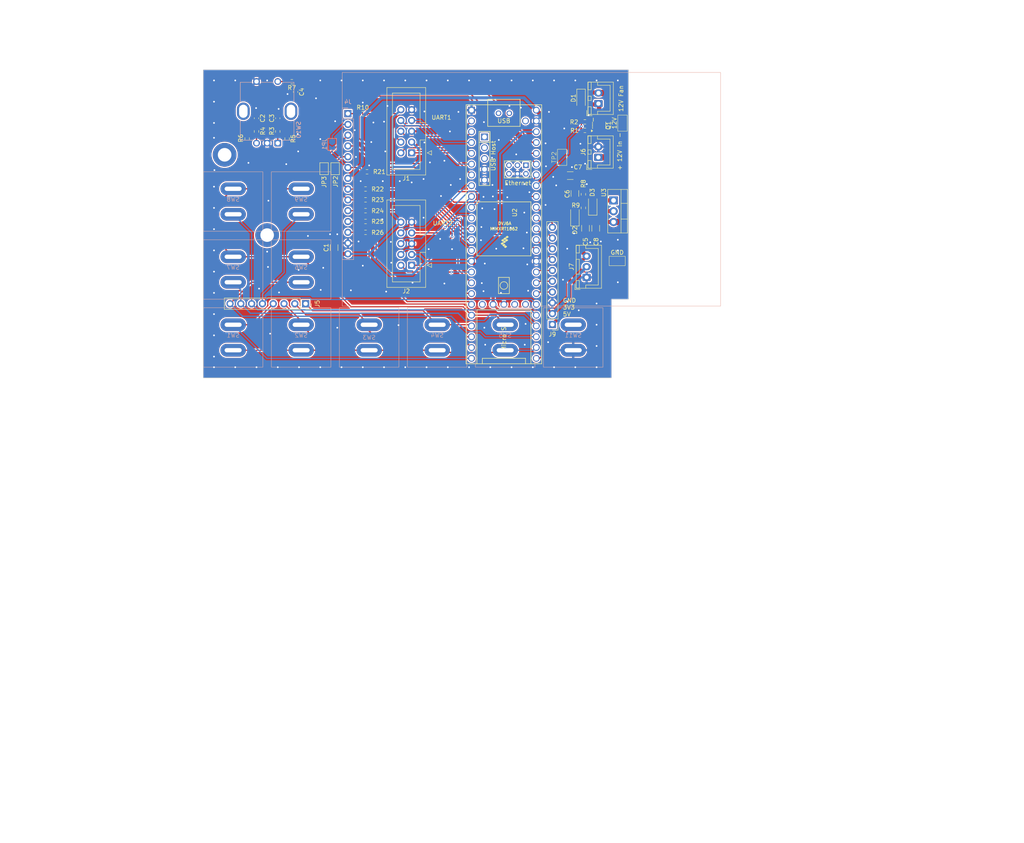
<source format=kicad_pcb>
(kicad_pcb (version 20240108) (generator "pcbnew") (generator_version "8.0")
  (layers (0 "F.Cu" signal) (31 "B.Cu" signal) (34 "B.Paste" user) (35 "F.Paste" user) (36 "B.SilkS" user "B.Silkscreen") (37 "F.SilkS" user "F.Silkscreen") (38 "B.Mask" user) (39 "F.Mask" user) (44 "Edge.Cuts" user))
  (net 0 "")
  (net 1 "Net-(D3-A)")
  (net 2 "Rx1")
  (net 3 "RotB")
  (net 4 "RotA")
  (net 5 "RotBTN")
  (net 6 "Net-(D1-A)")
  (net 7 "Rx2")
  (net 8 "GND")
  (net 9 "+12V")
  (net 10 "Reset")
  (net 11 "T_IRQ")
  (net 12 "D{slash}C")
  (net 13 "T_DIN")
  (net 14 "Tx1")
  (net 15 "SCK")
  (net 16 "+3V3")
  (net 17 "Tx2")
  (net 18 "SDO")
  (net 19 "T_OUT")
  (net 20 "SDI")
  (net 21 "CS")
  (net 22 "ISO1 DataIn1")
  (net 23 "T_CLK")
  (net 24 "T_CS")
  (net 25 "C2")
  (net 26 "R2")
  (net 27 "C1")
  (net 28 "R1")
  (net 29 "R3")
  (net 30 "ISO1 DataOut2")
  (net 31 "ISO1 DataIn2")
  (net 32 "ISO1 DataOut1")
  (net 33 "ISO2 DataOut1")
  (net 34 "ISO2 DataIn2")
  (net 35 "ISO2 DataIn1")
  (net 36 "ISO2 DataOut2")
  (net 37 "R4")
  (net 38 "C4")
  (net 39 "C3")
  (net 40 "Net-(Q1-G)")
  (net 41 "Fan")
  (net 42 "Net-(R3-Pad2)")
  (net 43 "Net-(R4-Pad1)")
  (net 44 "Net-(R7-Pad2)")
  (net 45 "C5")
  (net 46 "R5")
  (net 55 "+5V")
  (net 62 "Net-(J4-Pin_8)")
  (net 63 "Net-(J4-Pin_6)")
  (net 64 "Net-(J4-Pin_9)")
  (net 65 "Net-(U2-33_MCLK2)")
  (net 66 "Net-(J9-Pin_8)")
  (net 67 "Net-(J9-Pin_9)")
  (net 68 "Net-(J9-Pin_6)")
  (net 69 "Net-(J9-Pin_5)")
  (net 70 "Net-(J9-Pin_10)")
  (net 71 "Net-(J9-Pin_4)")
  (net 72 "Net-(J9-Pin_7)")
  (net 73 "Net-(J4-Pin_11)")
  (net 74 "Net-(J4-Pin_10)")
  (net 75 "Net-(J4-Pin_12)")
  (footprint "Resistor_SMD:R_0603_1608Metric" (layer "F.Cu") (at 62.5 39.5 90)
    (property "Reference" "R4")
    (property "Value" "10k")
  )
  (footprint "Capacitor_SMD:C_1206_3216Metric" (layer "F.Cu") (at 80.75 66.85 90)
    (property "Reference" "C1")
    (property "Value" "10u")
  )
  (footprint "Resistor_SMD:R_0603_1608Metric" (layer "F.Cu") (at 88.15 53.05)
    (property "Reference" "R22")
    (property "Value" "R")
  )
  (footprint "Library:SMD Test Point PCWCTE" (layer "F.Cu") (at 134.4 45.6 90)
    (property "Reference" "TP2")
    (property "Value" "3V3")
  )
  (footprint "Capacitor_SMD:C_0603_1608Metric" (layer "F.Cu") (at 62.5 36.4 -90)
    (property "Reference" "C2")
    (property "Value" "10n")
  )
  (footprint "Jumper:SolderJumper-2_P1.3mm_Open_TrianglePad1.0x1.5mm" (layer "F.Cu") (at 78.4 48.275 -90)
    (property "Reference" "JP3")
    (property "Value" "SolderJumper_2_Open")
  )
  (footprint "Capacitor_SMD:C_1206_3216Metric" (layer "F.Cu") (at 136.3 49.9)
    (property "Reference" "C7")
    (property "Value" "10u")
  )
  (footprint "Connector_IDC:IDC-Header_2x05_P2.54mm_Vertical" (layer "F.Cu") (at 99 44.54 180)
    (property "Reference" "J1")
    (property "Value" "Ch1")
  )
  (footprint "Resistor_SMD:R_0603_1608Metric" (layer "F.Cu") (at 139.75 37.25 180)
    (property "Reference" "R2")
    (property "Value" "R")
  )
  (footprint "Connector_PinHeader_2.54mm:PinHeader_1x10_P2.54mm_Vertical" (layer "F.Cu") (at 132.1 84.92 180)
    (property "Reference" "J9")
    (property "Value" "Ext")
  )
  (footprint "Resistor_SMD:R_0603_1608Metric" (layer "F.Cu") (at 88.15 55.6)
    (property "Reference" "R23")
    (property "Value" "R")
  )
  (footprint "Connector_JST:JST_XH_B2B-XH-A_1x02_P2.50mm_Vertical" (layer "F.Cu") (at 142.9125 45.6 90)
    (property "Reference" "J6")
    (property "Value" "12Vin")
  )
  (footprint "teensy.pretty-master:Teensy41" (layer "F.Cu") (at 120.7 63.7 -90)
    (property "Reference" "U2")
    (property "Value" "Teensy4.1")
  )
  (footprint "Capacitor_SMD:C_0603_1608Metric" (layer "F.Cu") (at 67.5 36.4 -90)
    (property "Reference" "C3")
    (property "Value" "10n")
  )
  (footprint "Resistor_SMD:R_0603_1608Metric" (layer "F.Cu") (at 139.4 57.5 90)
    (property "Reference" "R9")
    (property "Value" "200")
  )
  (footprint "Package_TO_SOT_THT:TO-220-3_Vertical" (layer "F.Cu") (at 146.4925 55.735 -90)
    (property "Reference" "U3")
    (property "Value" "LM317_TO-220")
  )
  (footprint "Capacitor_SMD:C_0603_1608Metric" (layer "F.Cu") (at 71.7 30.2 -90)
    (property "Reference" "C4")
    (property "Value" "10n")
  )
  (footprint "Capacitor_SMD:C_1206_3216Metric" (layer "F.Cu") (at 137.4 54.1 90)
    (property "Reference" "C6")
    (property "Value" "10u")
  )
  (footprint "Connector_JST:JST_XH_B3B-XH-A_1x03_P2.50mm_Vertical" (layer "F.Cu") (at 140.15 73.85 90)
    (property "Reference" "J7")
    (property "Value" "ExtPw")
  )
  (footprint "Resistor_SMD:R_0603_1608Metric" (layer "F.Cu") (at 60.3 41.2 -90)
    (property "Reference" "R6")
    (property "Value" "10k")
  )
  (footprint "Diode_SMD:D_SOD-123F" (layer "F.Cu") (at 137.4 59.55 90)
    (property "Reference" "D2")
    (property "Value" "1N4007")
  )
  (footprint "Capacitor_SMD:C_1206_3216Metric" (layer "F.Cu") (at 139.9 62.3 -90)
    (property "Reference" "C5")
    (property "Value" "100n")
  )
  (footprint "Capacitor_SMD:C_1206_3216Metric" (layer "F.Cu") (at 142.3 62.3 -90)
    (property "Reference" "C8")
    (property "Value" "10u")
  )
  (footprint "Library:SMD Test Point PCWCTE" (layer "F.Cu") (at 147.35 70)
    (property "Reference" "TP1" (hide yes))
    (property "Value" "GND")
  )
  (footprint "Resistor_SMD:R_0603_1608Metric" (layer "F.Cu") (at 88.15 63.25)
    (property "Reference" "R26")
    (property "Value" "R")
  )
  (footprint "Resistor_SMD:R_0603_1608Metric" (layer "F.Cu") (at 87.475 35.3)
    (property "Reference" "R10")
    (property "Value" "50k")
  )
  (footprint "Resistor_SMD:R_0603_1608Metric" (layer "F.Cu") (at 88.5 49)
    (property "Reference" "R21")
    (property "Value" "R")
  )
  (footprint "Library:SMD Test Point PCWCTE" (layer "F.Cu") (at 148.6 37.55 90)
    (property "Reference" "TP3" (hide yes))
    (property "Value" "12V")
  )
  (footprint "Resistor_SMD:R_0603_1608Metric" (layer "F.Cu") (at 88.15 60.7)
    (property "Reference" "R25")
    (property "Value" "R")
  )
  (footprint "Diode_SMD:D_SOD-123F" (layer "F.Cu") (at 141.6 57 90)
    (property "Reference" "D3")
    (property "Value" "1N4007")
  )
  (footprint "Resistor_SMD:R_0603_1608Metric" (layer "F.Cu") (at 139.4 54.3 90)
    (property "Reference" "R8")
    (property "Value" "##")
  )
  (footprint "Resistor_SMD:R_0603_1608Metric" (layer "F.Cu") (at 69.7 41.2 -90)
    (property "Reference" "R5")
    (property "Value" "10k")
  )
  (footprint "Package_TO_SOT_SMD:SOT-23-3" (layer "F.Cu") (at 143.1 38.0625 90)
    (property "Reference" "Q1")
    (property "Value" "DMG6968")
  )
  (footprint "Resistor_SMD:R_0603_1608Metric" (layer "F.Cu") (at 67.5 39.5 -90)
    (property "Reference" "R3")
    (property "Value" "10k")
  )
  (footprint "Resistor_SMD:R_0603_1608Metric" (layer "F.Cu") (at 139.75 39.25)
    (property "Reference" "R1")
    (property "Value" "R")
  )
  (footprint "Resistor_SMD:R_0603_1608Metric" (layer "F.Cu") (at 88.15 58.15)
    (property "Reference" "R24")
    (property "Value" "R")
  )
  (footprint "MountingHole:MountingHole_3.2mm_M3_DIN965_Pad_TopBottom" (layer "F.Cu") (at 55 45)
    (property "Reference" "REF**" (hide yes))
    (property "Value" "MountingHole_3.2mm_M3_DIN965_Pad_TopBottom")
  )
  (footprint "Diode_SMD:D_SOD-123F" (layer "F.Cu") (at 138.85 31.75 -90)
    (property "Reference" "D1")
    (property "Value" "1n4007")
  )
  (footprint "Connector_JST:JST_XH_B2B-XH-A_1x02_P2.50mm_Vertical" (layer "F.Cu") (at 142.9375 32.95 90)
    (property "Reference" "J3" (hide yes))
    (property "Value" "Fan")
  )
  (footprint "Resistor_SMD:R_0603_1608Metric" (layer "F.Cu") (at 70.8 27.8 180)
    (property "Reference" "R7")
    (property "Value" "10k")
  )
  (footprint "Jumper:SolderJumper-2_P1.3mm_Open_TrianglePad1.0x1.5mm" (layer "F.Cu") (at 81 48.275 -90)
    (property "Reference" "JP2")
    (property "Value" "SolderJumper_2_Open")
  )
  (footprint "Connector_PinSocket_2.54mm:PinSocket_1x08_P2.54mm_Vertical" (layer "F.Cu") (at 74.05 80.05 -90)
    (property "Reference" "J5")
    (property "Value" "KeyPad")
  )
  (footprint "Connector_IDC:IDC-Header_2x05_P2.54mm_Vertical" (layer "F.Cu") (at 99 71 180)
    (property "Reference" "J2")
    (property "Value" "Ch2")
  )
  (footprint "MountingHole:MountingHole_3.2mm_M3_DIN965_Pad_TopBottom" (layer "F.Cu") (at 65 63.9)
    (property "Reference" "REF**" (hide yes))
    (property "Value" "MountingHole_3.2mm_M3_DIN965_Pad_TopBottom")
  )
  (footprint "Library:Panel Push Btn" (layer "B.Cu") (at 105 88 180)
    (property "Reference" "SW4")
    (property "Value" "SW_Push")
  )
  (footprint "Library:Panel Push Btn" (layer "B.Cu") (at 73 56 180)
    (property "Reference" "SW9")
    (property "Value" "SW_Push")
  )
  (footprint "Library:Panel Push Btn" (layer "B.Cu") (at 57 72 180)
    (property "Reference" "SW7")
    (property "Value" "SW_Push")
  )
  (footprint "Jumper:SolderJumper-2_P1.3mm_Open_TrianglePad1.0x1.5mm" (layer "B.Cu") (at 80.3 42.55 -90)
    (property "Reference" "JP1")
    (property "Value" "SolderJumper_2_Open")
  )
  (footprint "Rotary_Encoder:RotaryEncoder_Bourns_Vertical_PEC12R-3x17F-Sxxxx" (layer "B.Cu") (at 67.5 42.25 90)
    (property "Reference" "SW10")
    (property "Value" "RotaryEncoder_Switch")
  )
  (footprint "Library:Panel Push Btn" (layer "B.Cu") (at 137 88 180)
    (property "Reference" "SW11")
    (property "Value" "SW_Push")
  )
  (footprint "Library:Panel Push Btn" (layer "B.Cu") (at 89 88 180)
    (property "Reference" "SW3")
    (property "Value" "SW_Push")
  )
  (footprint "Connector_PinSocket_2.54mm:PinSocket_1x14_P2.54mm_Vertical" (layer "B.Cu") (at 84 35.3 180)
    (property "Reference" "J4")
    (property "Value" "Display")
  )
  (footprint "Library:Panel Push Btn" (layer "B.Cu") (at 121 88 180)
    (property "Reference" "SW5")
    (property "Value" "SW_Push")
  )
  (footprint "Library:Panel Push Btn" (layer "B.Cu") (at 57 88 180)
    (property "Reference" "SW1")
    (property "Value" "SW_Push")
  )
  (footprint "Library:Panel Push Btn" (layer "B.Cu") (at 73 88 180)
    (property "Reference" "SW2")
    (property "Value" "SW_Push")
  )
  (footprint "Library:Panel Push Btn" (layer "B.Cu") (at 73 72 180)
    (property "Reference" "SW6")
    (property "Value" "SW_Push")
  )
  (footprint "Library:Panel Push Btn" (layer "B.Cu") (at 57 56 180)
    (property "Reference" "SW8")
    (property "Value" "SW_Push")
  )
  (gr_line (start 146 97.5) (end 146 79) (stroke (width 0.05)) (layer "Edge.Cuts"))
  (gr_line (start 50 25) (end 150 25) (stroke (width 0.1)) (layer "Edge.Cuts"))
  (gr_line (start 50 97.5) (end 146 97.5) (stroke (width 0.1)) (layer "Edge.Cuts"))
  (gr_line (start 150 25) (end 150 79) (stroke (width 0.1)) (layer "Edge.Cuts"))
  (gr_line (start 146 79) (end 150 79) (stroke (width 0.1)) (layer "Edge.Cuts"))
  (gr_line (start 50 97.5) (end 50 25) (stroke (width 0.1)) (layer "Edge.Cuts"))
  (gr_text "-" (at 142.2375 37.45 90) (layer "F.SilkS") (effects (font (size 1 1)) (justify left bottom)))
  (gr_text "GND\n3V3\n5V" (at 134.5 83.1 0) (layer "F.SilkS") (effects (font (size 1 1)) (justify left bottom)))
  (gr_text "12V Fan" (at 148.8375 34.95 90) (layer "F.SilkS") (effects (font (size 1 1)) (justify left bottom)))
  (gr_text "UART2\n" (at 103.9 61.7 0) (layer "F.SilkS") (effects (font (size 1 1)) (justify left bottom)))
  (gr_text "+ 12V in -" (at 148.5375 48.75 90) (layer "F.SilkS") (effects (font (size 1 1)) (justify left bottom)))
  (gr_text "UART1\n" (at 103.6 36.8 0) (layer "F.SilkS") (effects (font (size 1 1)) (justify left bottom)))
  (segment (start 139.4 56.675) (end 139.4 55.125) (width 1) (layer "F.Cu") (net 1))
  (segment (start 137.56 55.735) (end 137.4 55.575) (width 1) (layer "F.Cu") (net 1))
  (segment (start 146.4925 55.735) (end 137.56 55.735) (width 1) (layer "F.Cu") (net 1))
  (segment (start 95.25 40.79) (end 96.46 42) (width 0.3) (layer "F.Cu") (net 2))
  (segment (start 111.91 38.2) (end 96.022943 38.2) (width 0.3) (layer "F.Cu") (net 2))
  (segment (start 95.25 38.972943) (end 95.25 40.79) (width 0.3) (layer "F.Cu") (net 2))
  (segment (start 96.022943 38.2) (end 95.25 38.972943) (width 0.3) (layer "F.Cu") (net 2))
  (segment (start 113.08 37.03) (end 111.91 38.2) (width 0.3) (layer "F.Cu") (net 2))
  (segment (start 73.25 32.1) (end 75.05 30.3) (width 0.3) (layer "F.Cu") (net 3))
  (segment (start 62.5 38.675) (end 62.5 37.175) (width 0.3) (layer "F.Cu") (net 3))
  (segment (start 112.5 30.3) (end 126.85 44.65) (width 0.3) (layer "F.Cu") (net 3))
  (segment (start 67.575 32.1) (end 73.25 32.1) (width 0.3) (layer "F.Cu") (net 3))
  (segment (start 75.05 30.3) (end 112.5 30.3) (width 0.3) (layer "F.Cu") (net 3))
  (segment (start 62.5 37.175) (end 67.575 32.1) (width 0.3) (layer "F.Cu") (net 3))
  (segment (start 126.85 44.65) (end 128.32 44.65) (width 0.3) (layer "F.Cu") (net 3))
  (segment (start 79.319239 31.2) (end 112.25 31.2) (width 0.3) (layer "F.Cu") (net 4))
  (segment (start 115.93 34.8) (end 128.32 47.19) (width 0.3) (layer "F.Cu") (net 4))
  (segment (start 115.85 34.8) (end 115.93 34.8) (width 0.3) (layer "F.Cu") (net 4))
  (segment (start 67.5 37.175) (end 67.5 38.675) (width 0.3) (layer "F.Cu") (net 4))
  (segment (start 67.5 38.675) (end 71.844239 38.675) (width 0.3) (layer "F.Cu") (net 4))
  (segment (start 71.844239 38.675) (end 79.319239 31.2) (width 0.3) (layer "F.Cu") (net 4))
  (segment (start 112.25 31.2) (end 115.85 34.8) (width 0.3) (layer "F.Cu") (net 4))
  (segment (start 115.589214 29.425) (end 120.97 34.805786) (width 0.3) (layer "F.Cu") (net 5))
  (segment (start 120.97 34.805786) (end 120.97 35.634214) (width 0.3) (layer "F.Cu") (net 5))
  (segment (start 127.445786 42.11) (end 128.32 42.11) (width 0.3) (layer "F.Cu") (net 5))
  (segment (start 120.97 35.634214) (end 127.445786 42.11) (width 0.3) (layer "F.Cu") (net 5))
  (segment (start 71.625 27.8) (end 71.625 29.35) (width 0.3) (layer "F.Cu") (net 5))
  (segment (start 71.7 29.425) (end 115.589214 29.425) (width 0.3) (layer "F.Cu") (net 5))
  (segment (start 71.625 29.35) (end 71.7 29.425) (width 0.3) (layer "F.Cu") (net 5))
  (segment (start 142.7375 33.15) (end 142.9375 32.95) (width 1) (layer "F.Cu") (net 6))
  (segment (start 143.1 33.1125) (end 142.9375 32.95) (width 1) (layer "F.Cu") (net 6))
  (segment (start 143.1 36.925) (end 143.1 33.1125) (width 1) (layer "F.Cu") (net 6))
  (segment (start 138.85 33.15) (end 142.7375 33.15) (width 1) (layer "F.Cu") (net 6))
  (segment (start 96.46 68.46) (end 97.66 67.26) (width 0.3) (layer "B.Cu") (net 7))
  (segment (start 97.66 67.26) (end 100.63 67.26) (width 0.3) (layer "B.Cu") (net 7))
  (segment (start 100.63 67.26) (end 113.08 54.81) (width 0.3) (layer "B.Cu") (net 7))
  (segment (start 99 39.46) (end 100.56 39.46) (width 0.5) (layer "F.Cu") (net 8))
  (segment (start 100.56 39.46) (end 100.6 39.5) (width 0.5) (layer "F.Cu") (net 8))
  (via (at 121.4 51.9) (size 0.8) (drill 0.4) (layers "F.Cu" "B.Cu") (net 8))
  (via (at 85.9 45.5) (size 0.8) (drill 0.4) (layers "F.Cu" "B.Cu") (net 8))
  (via (at 81.5 85.7) (size 0.8) (drill 0.4) (layers "F.Cu" "B.Cu") (net 8))
  (via (at 52.5 87.5) (size 0.8) (drill 0.4) (layers "F.Cu" "B.Cu") (net 8))
  (via (at 52.5 77.5) (size 0.8) (drill 0.4) (layers "F.Cu" "B.Cu") (net 8))
  (via (at 103.3 46.8) (size 0.8) (drill 0.4) (layers "F.Cu" "B.Cu") (net 8))
  (via (at 132.5 95) (size 0.8) (drill 0.4) (layers "F.Cu" "B.Cu") (net 8))
  (via (at 102.5 27.5) (size 0.8) (drill 0.4) (layers "F.Cu" "B.Cu") (net 8))
  (via (at 117.5 95) (size 0.8) (drill 0.4) (layers "F.Cu" "B.Cu") (net 8))
  (via (at 116.3 89.7) (size 0.8) (drill 0.4) (layers "F.Cu" "B.Cu") (net 8))
  (via (at 116.1 85.7) (size 0.8) (drill 0.4) (layers "F.Cu" "B.Cu") (net 8))
  (via (at 52.5 67.5) (size 0.8) (drill 0.4) (layers "F.Cu" "B.Cu") (net 8))
  (via (at 107.5 27.5) (size 0.8) (drill 0.4) (layers "F.Cu" "B.Cu") (net 8))
  (via (at 72.2 40.1) (size 0.8) (drill 0.4) (layers "F.Cu" "B.Cu") (net 8))
  (via (at 97.5 95) (size 0.8) (drill 0.4) (layers "F.Cu" "B.Cu") (net 8))
  (via (at 52.5 62.5) (size 0.8) (drill 0.4) (layers "F.Cu" "B.Cu") (net 8))
  (via (at 103 67.2) (size 0.8) (drill 0.4) (layers "F.Cu" "B.Cu") (net 8))
  (via (at 126.7 53.8) (size 0.8) (drill 0.4) (layers "F.Cu" "B.Cu") (net 8))
  (via (at 74.6 64.1) (size 0.8) (drill 0.4) (layers "F.Cu" "B.Cu") (net 8))
  (via (at 52.5 52.5) (size 0.8) (drill 0.4) (layers "F.Cu" "B.Cu") (net 8))
  (via (at 92.2 51.2) (size 0.8) (drill 0.4) (layers "F.Cu" "B.Cu") (net 8))
  (via (at 125.5 51.9) (size 0.8) (drill 0.4) (layers "F.Cu" "B.Cu") (net 8))
  (via (at 65 27.5) (size 0.8) (drill 0.4) (layers "F.Cu" "B.Cu") (net 8))
  (via (at 77.6 76.8) (size 0.8) (drill 0.4) (layers "F.Cu" "B.Cu") (net 8))
  (via (at 147.5 27.5) (size 0.8) (drill 0.4) (layers "F.Cu" "B.Cu") (net 8))
  (via (at 101.8 50.7) (size 0.8) (drill 0.4) (layers "F.Cu" "B.Cu") (net 8))
  (via (at 142.5 95) (size 0.8) (drill 0.4) (layers "F.Cu" "B.Cu") (net 8))
  (via (at 84.7 76.9) (size 0.8) (drill 0.4) (layers "F.Cu" "B.Cu") (net 8))
  (via (at 130.6 47.7) (size 0.8) (drill 0.4) (layers "F.Cu" "B.Cu") (net 8))
  (via (at 57.5 27.5) (size 0.8) (drill 0.4) (layers "F.Cu" "B.Cu") (net 8))
  (via (at 93.3 33.5) (size 0.8) (drill 0.4) (layers "F.Cu" "B.Cu") (net 8))
  (via (at 106.7 46.4) (size 0.8) (drill 0.4) (layers "F.Cu" "B.Cu") (net 8))
  (via (at 142.5 27.5) (size 0.8) (drill 0.4) (layers "F.Cu" "B.Cu") (net 8))
  (via (at 118.3 62.3) (size 0.8) (drill 0.4) (layers "F.Cu" "B.Cu") (net 8))
  (via (at 137.5 95) (size 0.8) (drill 0.4) (layers "F.Cu" "B.Cu") (net 8))
  (via (at 118.1 54.8) (size 0.8) (drill 0.4) (layers "F.Cu" "B.Cu") (net 8))
  (via (at 137.5 27.5) (size 0.8) (drill 0.4) (layers "F.Cu" "B.Cu") (net 8))
  (via (at 72.5 95) (size 0.8) (drill 0.4) (layers "F.Cu" "B.Cu") (net 8))
  (via (at 108.5 67.2) (size 0.8) (drill 0.4) (layers "F.Cu" "B.Cu") (net 8))
  (via (at 72.3 44.2) (size 0.8) (drill 0.4) (layers "F.Cu" "B.Cu") (net 8))
  (via (at 87.5 71.1) (size 0.8) (drill 0.4) (layers "F.Cu" "B.Cu") (net 8))
  (via (at 52.5 57.5) (size 0.8) (drill 0.4) (layers "F.Cu" "B.Cu") (net 8))
  (via (at 89 47.5) (size 0.8) (drill 0.4) (layers "F.Cu" "B.Cu") (net 8))
  (via (at 102.5 95) (size 0.8) (drill 0.4) (layers "F.Cu" "B.Cu") (net 8))
  (via (at 112.5 27.5) (size 0.8) (drill 0.4) (layers "F.Cu" "B.Cu") (net 8))
  (via (at 131.1 89.1) (size 0.8) (drill 0.4) (layers "F.Cu" "B.Cu") (net 8))
  (via (at 140.2 51.9) (size 0.8) (drill 0.4) (layers "F.Cu" "B.Cu") (net 8))
  (via (at 117.9 45.7) (size 0.8) (drill 0.4) (layers "F.Cu" "B.Cu") (net 8))
  (via (at 134.6 74.4) (size 0.8) (drill 0.4) (layers "F.Cu" "B.Cu") (net 8))
  (via (at 115.9 77.1) (size 0.8) (drill 0.4) (layers "F.Cu" "B.Cu") (net 8))
  (via (at 138.3 81.6) (size 0.8) (drill 0.4) (layers "F.Cu" "B.Cu") (net 8))
  (via (at 127.5 95) (size 0.8) (drill 0.4) (layers "F.Cu" "B.Cu") (net 8))
  (via (at 82.5 95) (size 0.8) (drill 0.4) (layers "F.Cu" "B.Cu") (net 8))
  (via (at 69.8 30.7) (size 0.8) (drill 0.4) (layers "F.Cu" "B.Cu") (net 8))
  (via (at 139.8 47.1) (size 0.8) (drill 0.4) (layers "F.Cu" "B.Cu") (net 8))
  (via (at 87.5 27.5) (size 0.8) (drill 0.4) (layers "F.Cu" "B.Cu") (net 8))
  (via (at 62.5 95) (size 0.8) (drill 0.4) (layers "F.Cu" "B.Cu") (net 8))
  (via (at 87 51.2) (size 0.8) (drill 0.4) (layers "F.Cu" "B.Cu") (net 8))
  (via (at 95.9 85.1) (size 0.8) (drill 0.4) (layers "F.Cu" "B.Cu") (net 8))
  (via (at 122 33.5) (size 0.8) (drill 0.4) (layers "F.Cu" "B.Cu") (net 8))
  (via (at 81.5 63.7) (size 0.8) (drill 0.4) (layers "F.Cu" "B.Cu") (net 8))
  (via (at 96.2 51.2) (size 0.8) (drill 0.4) (layers "F.Cu" "B.Cu") (net 8))
  (via (at 52.6 48.6) (size 0.8) (drill 0.4) (layers "F.Cu" "B.Cu") (net 8))
  (via (at 135.6 67.1) (size 0.8) (drill 0.4) (layers "F.Cu" "B.Cu") (net 8))
  (via (at 52.5 37.5) (size 0.8) (drill 0.4) (layers "F.Cu" "B.Cu") (net 8))
  (via (at 130.5 56.8) (size 0.8) (drill 0.4) (layers "F.Cu" "B.Cu") (net 8))
  (via (at 124.7 33.9) (size 0.8) (drill 0.4) (layers "F.Cu" "B.Cu") (net 8))
  (via (at 115.9 54.9) (size 0.8) (drill 0.4) (layers "F.Cu" "B.Cu") (net 8))
  (via (at 72.4 72.1) (size 0.8) (drill 0.4) (layers "F.Cu" "B.Cu") (net 8))
  (via (at 136.7 47.9) (size 0.8) (drill 0.4) (layers "F.Cu" "B.Cu") (net 8))
  (via (at 122.3 62.2) (size 0.8) (drill 0.4) (layers "F.Cu" "B.Cu") (net 8))
  (via (at 85.6 39.2) (size 0.8) (drill 0.4) (layers "F.Cu" "B.Cu") (net 8))
  (via (at 115.5 75.2) (size 0.8) (drill 0.4) (layers "F.Cu" "B.Cu") (net 8))
  (via (at 77.5 41.3) (size 0.8) (drill 0.4) (layers "F.Cu" "B.Cu") (net 8))
  (via (at 115.3 65.1) (size 0.8) (drill 0.4) (layers "F.Cu" "B.Cu") (net 8))
  (via (at 97.5 27.5) (size 0.8) (drill 0.4) (layers "F.Cu" "B.Cu") (net 8))
  (via (at 147.5 75) (size 0.8) (drill 0.4) (layers "F.Cu" "B.Cu") (net 8))
  (via (at 52.5 95) (size 0.8) (drill 0.4) (layers "F.Cu" "B.Cu") (net 8))
  (via (at 52.5 92.5) (size 0.8) (drill 0.4) (layers "F.Cu" "B.Cu") (net 8))
  (via (at 133 52.2) (size 0.8) (drill 0.4) (layers "F.Cu" "B.Cu") (net 8))
  (via (at 102 34.8) (size 0.8) (drill 0.4) (layers "F.Cu" "B.Cu") (net 8))
  (via (at 102 42.1) (size 0.8) (drill 0.4) (layers "F.Cu" "B.Cu") (net 8))
  (via (at 92.8 44.2) (size 0.8) (drill 0.4) (layers "F.Cu" "B.Cu") (net 8))
  (via (at 110.4 50.7) (size 0.8) (drill 0.4) (layers "F.Cu" "B.Cu") (net 8))
  (via (at 126.1 63.3) (size 0.8) (drill 0.4) (layers "F.Cu" "B.Cu") (net 8))
  (via (at 110 34.9) (size 0.8) (drill 0.4) (layers "F.Cu" "B.Cu") (net 8))
  (via (at 101.8 59.8) (size 0.8) (drill 0.4) (layers "F.Cu" "B.Cu") (net 8))
  (via (at 94.1 65.5) (size 0.8) (drill 0.4) (layers "F.Cu" "B.Cu") (net 8))
  (via (at 62.4 34) (size 0.8) (drill 0.4) (layers "F.Cu" "B.Cu") (net 8))
  (via (at 126.2 70.8) (size 0.8) (drill 0.4) (layers "F.Cu" "B.Cu") (net 8))
  (via (at 118.9 67.1) (size 0.8) (drill 0.4) (layers "F.Cu" "B.Cu") (net 8))
  (via (at 115.4 62) (size 0.8) (drill 0.4) (layers "F.Cu" "B.Cu") (net 8))
  (via (at 118 52.1) (size 0.8) (drill 0.4) (layers "F.Cu" "B.Cu") (net 8))
  (via (at 65.2 71.4) (size 0.8) (drill 0.4) (layers "F.Cu" "B.Cu") (net 8))
  (via (at 131.3 34.9) (size 0.8) (drill 0.4) (layers "F.Cu" "B.Cu") (net 8))
  (via (at 122.5 27.5) (size 0.8) (drill 0.4) (layers "F.Cu" "B.Cu") (net 8))
  (via (at 105.9 54.7) (size 0.8) (drill 0.4) (layers "F.Cu" "B.Cu") (net 8))
  (via (at 69.5 47.2) (size 0.8) (drill 0.4) (layers "F.Cu" "B.Cu") (net 8))
  (via (at 92.5 37.2) (size 0.8) (drill 0.4) (layers "F.Cu" "B.Cu") (net 8))
  (via (at 140.6 35.7) (size 0.8) (drill 0.4) (layers "F.Cu" "B.Cu") (net 8))
  (via (at 142.5 90) (size 0.8) (drill 0.4) (layers "F.Cu" "B.Cu") (net 8))
  (via (at 76.5 31.7) (size 0.8) (drill 0.4) (layers "F.Cu" "B.Cu") (net 8))
  (via (at 141 65.6) (size 0.8) (drill 0.4) (layers "F.Cu" "B.Cu") (net 8))
  (via (at 125.6 89.7) (size 0.8) (drill 0.4) (layers "F.Cu" "B.Cu") (net 8))
  (via (at 52.5 72.5) (size 0.8) (drill 0.4) (layers "F.Cu" "B.Cu") (net 8))
  (via (at 67.7 34.2) (size 0.8) (drill 0.4) (layers "F.Cu" "B.Cu") (net 8))
  (via (at 65 67.8) (size 0.8) (drill 0.4) (layers "F.Cu" "B.Cu") (net 8))
  (via (at 87.5 32.7) (size 0.8) (drill 0.4) (layers "F.Cu" "B.Cu") (net 8))
  (via (at 143.5 65.4) (size 0.8) (drill 0.4) (layers "F.Cu" "B.Cu") (net 8))
  (via (at 92.5 27.5) (size 0.8) (drill 0.4) (layers "F.Cu" "B.Cu") (net 8))
  (via (at 106.7 75.3) (size 0.8) (drill 0.4) (layers "F.Cu" "B.Cu") (net 8))
  (via (at 142.5 80) (size 0.8) (drill 0.4) (layers "F.Cu" "B.Cu") (net 8))
  (via (at 142.5 85) (size 0.8) (drill 0.4) (layers "F.Cu" "B.Cu") (net 8))
  (via (at 119.5 41.5) (size 0.8) (drill 0.4) (layers "F.Cu" "B.Cu") (net 8))
  (via (at 60.6 46.9) (size 0.8) (drill 0.4) (layers "F.Cu" "B.Cu") (net 8))
  (via (at 67.8 77.4) (size 0.8) (drill 0.4) (layers "F.Cu" "B.Cu") (net 8))
  (via (at 147.5 65) (size 0.8) (drill 0.4) (layers "F.Cu" "B.Cu") (net 8))
  (via (at 116 37.3) (size 0.8) (drill 0.4) (layers "F.Cu" "B.Cu") (net 8))
  (via (at 57.5 95) (size 0.8) (drill 0.4) (layers "F.Cu" "B.Cu") (net 8))
  (via (at 122.5 95) (size 0.8) (drill 0.4) (layers "F.Cu" "B.Cu") (net 8))
  (via (at 138.7 42.4) (size 0.8) (drill 0.4) (layers "F.Cu" "B.Cu") (net 8))
  (via (at 94.2 70.4) (size 0.8) (drill 0.4) (layers "F.Cu" "B.Cu") (net 8))
  (via (at 87.5 95) (size 0.8) (drill 0.4) (layers "F.Cu" "B.Cu") (net 8))
  (via (at 132.3 50.2) (size 0.8) (drill 0.4) (layers "F.Cu" "B.Cu") (net 8))
  (via (at 52.5 41) (size 0.8) (drill 0.4) (layers "F.Cu" "B.Cu") (net 8))
  (via (at 120 77.5) (size 0.8) (drill 0.4) (layers "F.Cu" "B.Cu") (net 8))
  (via (at 121.5 55) (size 0.8) (drill 0.4) (layers "F.Cu" "B.Cu") (net 8))
  (via (at 130.5 42.3) (size 0.8) (drill 0.4) (layers "F.Cu" "B.Cu") (net 8))
  (via (at 65.7 87.1) (size 0.8) (drill 0.4) (layers "F.Cu" "B.Cu") (net 8))
  (via (at 99.2 75.1) (size 0.8) (drill 0.4) (layers "F.Cu" "B.Cu") (net 8))
  (via (at 116.2 70.6) (size 0.8) (drill 0.4) (layers "F.Cu" "B.Cu") (net 8))
  (via (at 77.5 95) (size 0.8) (drill 0.4) (layers "F.Cu" "B.Cu") (net 8))
  (via (at 123.6 44.9) (size 0.8) (drill 0.4) (layers "F.Cu" "B.Cu") (net 8))
  (via (at 137.2 63.5) (size 0.8) (drill 0.4) (layers "F.Cu" "B.Cu") (net 8))
  (via (at 99 51.5) (size 0.8) (drill 0.4) (layers "F.Cu" "B.Cu") (net 8))
  (via (at 90 37.4) (size 0.8) (drill 0.4) (layers "F.Cu" "B.Cu") (net 8))
  (via (at 118.5 57.8) (size 0.8) (drill 0.4) (layers "F.Cu" "B.Cu") (net 8))
  (via (at 52.5 27.5) (size 0.8) (drill 0.4) (layers "F.Cu" "B.Cu") (net 8))
  (via (at 82.5 27.5) (size 0.8) (drill 0.4) (layers "F.Cu" "B.Cu") (net 8))
  (via (at 126.4 77) (size 0.8) (drill 0.4) (layers "F.Cu" "B.Cu") (net 8))
  (via (at 79.8 63.7) (size 0.8) (drill 0.4) (layers "F.Cu" "B.Cu") (net 8))
  (via (at 65.3 55.8) (size 0.8) (drill 0.4) (layers "F.Cu" "B.Cu") (net 8))
  (via (at 67.5 95) (size 0.8) (drill 0.4) (layers "F.Cu" "B.Cu") (net 8))
  (via (at 147.5 67.5) (size 0.8) (drill 0.4) (layers "F.Cu" "B.Cu") (net 8))
  (via (at 125.5 58.6) (size 0.8) (drill 0.4) (layers "F.Cu" "B.Cu") (net 8))
  (via (at 127.5 27.5) (size 0.8) (drill 0.4) (layers "F.Cu" "B.Cu") (net 8))
  (via (at 78.2 71.6) (size 0.8) (drill 0.4) (layers "F.Cu" "B.Cu") (net 8))
  (via (at 92.1 60.2) (size 0.8) (drill 0.4) (layers "F.Cu" "B.Cu") (net 8))
  (via (at 125.8 84.8) (size 0.8) (drill 0.4) (layers "F.Cu" "B.Cu") (net 8))
  (via (at 105.7 64.8) (size 0.8) (drill 0.4) (layers "F.Cu" "B.Cu") (net 8))
  (via (at 107.5 95) (size 0.8) (drill 0.4) (layers "F.Cu" "B.Cu") (net 8))
  (via (at 63.1 76.5) (size 0.8) (drill 0.4) (layers "F.Cu" "B.Cu") (net 8))
  (via (at 125.3 67) (size 0.8) (drill 0.4) (layers "F.Cu" "B.Cu") (net 8))
  (via (at 115.6 57.6) (size 0.8) (drill 0.4) (layers "F.Cu" "B.Cu") (net 8))
  (via (at 92.5 95) (size 0.8) (drill 0.4) (layers "F.Cu" "B.Cu") (net 8))
  (via (at 93 77.2) (size 0.8) (drill 0.4) (layers "F.Cu" "B.Cu") (net 8))
  (via (at 52.5 32.5) (size 0.8) (drill 0.4) (layers "F.Cu" "B.Cu") (net 8))
  (via (at 52.5 82.5) (size 0.8) (drill 0.4) (layers "F.Cu" "B.Cu") (net 8))
  (via (at 108.2 52.1) (size 0.8) (drill 0.4) (layers "F.Cu" "B.Cu") (net 8))
  (via (at 77.5 27.5) (size 0.8) (drill 0.4) (layers "F.Cu" "B.Cu") (net 8))
  (via (at 134.9 38.8) (size 0.8) (drill 0.4) (layers "F.Cu" "B.Cu") (net 8))
  (via (at 86.5 65.4) (size 0.8) (drill 0.4) (layers "F.Cu" "B.Cu") (net 8))
  (via (at 81 37.1) (size 0.8) (drill 0.4) (layers "F.Cu" "B.Cu") (net 8))
  (via (at 89.5 42) (size 0.8) (drill 0.4) (layers "F.Cu" "B.Cu") (net 8))
  (via (at 108 39.5) (size 0.8) (drill 0.4) (layers "F.Cu" "B.Cu") (net 8))
  (via (at 117.5 27.5) (size 0.8) (drill 0.4) (layers "F.Cu" "B.Cu") (net 8))
  (via (at 112.5 95) (size 0.8) (drill 0.4) (layers "F.Cu" "B.Cu") (net 8))
  (via (at 132.5 27.5) (size 0.8) (drill 0.4) (layers "F.Cu" "B.Cu") (net 8))
  (segment (start 149.05 45.8375) (end 149.05 60.0375) (width 1.5) (layer "F.Cu") (net 9))
  (segment (start 137.535 60.815) (end 137.4 60.95) (width 1) (layer "F.Cu") (net 9))
  (segment (start 142.8375 30.35) (end 142.9375 30.45) (width 1) (layer "F.Cu") (net 9))
  (segment (start 142.9375 30.45) (end 145.35 30.45) (width 1.5) (layer "F.Cu") (net 9))
  (segment (start 149 34.1) (end 149 45.4125) (width 1.5) (layer "F.Cu") (net 9))
  (segment (start 148.2725 60.815) (end 146.4925 60.815) (width 1.5) (layer "F.Cu") (net 9))
  (segment (start 142.9125 45.6) (end 148.8125 45.6) (width 1.5) (layer "F.Cu") (net 9))
  (segment (start 149.05 60.0375) (end 148.2725 60.815) (width 1.5) (layer "F.Cu") (net 9))
  (segment (start 148.8125 45.6) (end 149 45.4125) (width 1.5) (layer "F.Cu") (net 9))
  (segment (start 146.4925 60.815) (end 137.535 60.815) (width 1) (layer "F.Cu") (net 9))
  (segment (start 138.85 30.35) (end 142.8375 30.35) (width 1) (layer "F.Cu") (net 9))
  (segment (start 145.35 30.45) (end 149 34.1) (width 1.5) (layer "F.Cu") (net 9))
  (segment (start 90.65 69.55) (end 98.7 77.6) (width 0.3) (layer "F.Cu") (net 10))
  (segment (start 88.975 60.7) (end 89.9 60.7) (width 0.3) (layer "F.Cu") (net 10))
  (segment (start 113.01 77.6) (end 113.08 77.67) (width 0.3) (layer "F.Cu") (net 10))
  (segment (start 89.9 60.7) (end 90.65 61.45) (width 0.3) (layer "F.Cu") (net 10))
  (segment (start 98.7 77.6) (end 113.01 77.6) (width 0.3) (layer "F.Cu") (net 10))
  (segment (start 90.65 61.45) (end 90.65 69.55) (width 0.3) (layer "F.Cu") (net 10))
  (segment (start 86.65 41.15) (end 92.55 47.05) (width 0.3) (layer "F.Cu") (net 11))
  (segment (start 128.32 50.140661) (end 128.32 49.73) (width 0.3) (layer "F.Cu") (net 11))
  (segment (start 124.800661 53.66) (end 128.32 50.140661) (width 0.3) (layer "F.Cu") (net 11))
  (segment (start 108.11 53.66) (end 124.800661 53.66) (width 0.3) (layer "F.Cu") (net 11))
  (segment (start 86.65 35.3) (end 86.65 41.15) (width 0.3) (layer "F.Cu") (net 11))
  (segment (start 84 35.3) (end 86.65 35.3) (width 0.3) (layer "F.Cu") (net 11))
  (segment (start 92.55 47.05) (end 101.5 47.05) (width 0.3) (layer "F.Cu") (net 11))
  (segment (start 101.5 47.05) (end 108.11 53.66) (width 0.3) (layer "F.Cu") (net 11))
  (segment (start 88.975 58.15) (end 104 58.15) (width 0.3) (layer "F.Cu") (net 12))
  (segment (start 104 58.15) (end 109.9 64.05) (width 0.3) (layer "F.Cu") (net 12))
  (segment (start 109.9 71.95) (end 113.08 75.13) (width 0.3) (layer "F.Cu") (net 12))
  (segment (start 109.9 64.05) (end 109.9 71.95) (width 0.3) (layer "F.Cu") (net 12))
  (segment (start 78.4 47.55) (end 78.4 45.98) (width 0.3) (layer "F.Cu") (net 13))
  (segment (start 78.4 45.98) (end 84 40.38) (width 0.3) (layer "F.Cu") (net 13))
  (segment (start 96.46 39.46) (end 97.66 40.66) (width 0.3) (layer "F.Cu") (net 14))
  (segment (start 111.99 40.66) (end 113.08 39.57) (width 0.3) (layer "F.Cu") (net 14))
  (segment (start 97.66 40.66) (end 111.99 40.66) (width 0.3) (layer "F.Cu") (net 14))
  (segment (start 124.56 63.75) (end 128.32 67.51) (width 0.3) (layer "F.Cu") (net 15))
  (segment (start 100.7 53.05) (end 111.4 63.75) (width 0.3) (layer "F.Cu") (net 15))
  (segment (start 111.4 63.75) (end 124.56 63.75) (width 0.3) (layer "F.Cu") (net 15))
  (segment (start 88.975 53.05) (end 100.7 53.05) (width 0.3) (layer "F.Cu") (net 15))
  (segment (start 119.45 81.5) (end 118.16 80.21) (width 0.5) (layer "F.Cu") (net 16))
  (segment (start 80.755 68.32) (end 80.75 68.325) (width 1) (layer "F.Cu") (net 16))
  (segment (start 69.7 42.025) (end 69.7 44.35) (width 0.3) (layer "F.Cu") (net 16))
  (segment (start 78.25 52.9) (end 78.25 65.825) (width 0.3) (layer "F.Cu") (net 16))
  (segment (start 69.7 44.3) (end 69.7 42.025) (width 0.3) (layer "F.Cu") (net 16))
  (segment (start 113.08 70.05) (end 118.16 75.13) (width 0.75) (layer "F.Cu") (net 16))
  (segment (start 95.54 35.3) (end 96.46 34.38) (width 0.3) (layer "F.Cu") (net 16))
  (segment (start 60.85 44.8) (end 69.2 44.8) (width 0.3) (layer "F.Cu") (net 16))
  (segment (start 60.3 44.25) (end 60.85 44.8) (width 0.3) (layer "F.Cu") (net 16))
  (segment (start 69.2 44.8) (end 69.7 44.3) (width 0.3) (layer "F.Cu") (net 16))
  (segment (start 131.22 81.5) (end 119.45 81.5) (width 0.5) (layer "F.Cu") (net 16))
  (segment (start 69.7 44.35) (end 78.25 52.9) (width 0.3) (layer "F.Cu") (net 16))
  (segment (start 132.1 82.38) (end 131.22 81.5) (width 0.5) (layer "F.Cu") (net 16))
  (segment (start 88.3 35.3) (end 95.54 35.3) (width 0.3) (layer "F.Cu") (net 16))
  (segment (start 84 68.32) (end 80.755 68.32) (width 1) (layer "F.Cu") (net 16))
  (segment (start 118.16 75.13) (end 118.16 80.21) (width 0.75) (layer "F.Cu") (net 16))
  (segment (start 78.25 65.825) (end 80.75 68.325) (width 0.3) (layer "F.Cu") (net 16))
  (segment (start 60.3 42.025) (end 60.3 44.25) (width 0.3) (layer "F.Cu") (net 16))
  (segment (start 136 75.5) (end 136 78.8) (width 0.75) (layer "B.Cu") (net 16))
  (segment (start 99.25 47.85) (end 94.5 47.85) (width 0.5) (layer "B.Cu") (net 16))
  (segment (start 94.5 36.34) (end 96.46 34.38) (width 0.5) (layer "B.Cu") (net 16))
  (segment (start 94.5 50.6) (end 94.5 36.34) (width 0.5) (layer "B.Cu") (net 16))
  (segment (start 140.15 71.35) (end 136 75.5) (width 0.75) (layer "B.Cu") (net 16))
  (segment (start 94.5 58.88) (end 94.5 50.6) (width 0.5) (layer "B.Cu") (net 16))
  (segment (start 93.86 73.2) (end 88.98 68.32) (width 0.5) (layer "B.Cu") (net 16))
  (segment (start 119.8 63.33) (end 119.8 44.8) (width 0.5) (layer "B.Cu") (net 16))
  (segment (start 94.5 47.85) (end 94.5 50.6) (width 0.5) (layer "B.Cu") (net 16))
  (segment (start 96.46 60.84) (end 94.5 58.88) (width 0.5) (layer "B.Cu") (net 16))
  (segment (start 88.98 68.32) (end 96.46 60.84) (width 0.5) (layer "B.Cu") (net 16))
  (segment (start 99.2 73.2) (end 93.86 73.2) (width 0.5) (layer "B.Cu") (net 16))
  (segment (start 125.03 39.57) (end 128.32 39.57) (width 0.5) (layer "B.Cu") (net 16))
  (segment (start 135.68 78.8) (end 132.1 82.38) (width 0.75) (layer "B.Cu") (net 16))
  (segment (start 102.35 70.05) (end 99.2 73.2) (width 0.5) (layer "B.Cu") (net 16))
  (segment (start 84 68.32) (end 88.98 68.32) (width 0.5) (layer "B.Cu") (net 16))
  (segment (start 100.85 46.25) (end 99.25 47.85) (width 0.5) (layer "B.Cu") (net 16))
  (segment (start 100.76 68.46) (end 99 68.46) (width 0.5) (layer "B.Cu") (net 16))
  (segment (start 113.08 70.05) (end 119.8 63.33) (width 0.5) (layer "B.Cu") (net 16))
  (segment (start 102.35 70.05) (end 100.76 68.46) (width 0.5) (layer "B.Cu") (net 16))
  (segment (start 136 78.8) (end 135.68 78.8) (width 0.75) (layer "B.Cu") (net 16))
  (segment (start 99 42) (end 100.85 43.85) (width 0.5) (layer "B.Cu") (net 16))
  (segment (start 119.8 44.8) (end 125.03 39.57) (width 0.5) (layer "B.Cu") (net 16))
  (segment (start 113.08 70.05) (end 102.35 70.05) (width 0.5) (layer "B.Cu") (net 16))
  (segment (start 100.85 43.85) (end 100.85 46.25) (width 0.5) (layer "B.Cu") (net 16))
  (segment (start 113.08 57.35) (end 114.5 55.93) (width 0.3) (layer "B.Cu") (net 17))
  (segment (start 114.5 55.93) (end 114.5 54.3) (width 0.3) (layer "B.Cu") (net 17))
  (segment (start 113.75 53.55) (end 112.45 53.55) (width 0.3) (layer "B.Cu") (net 17))
  (segment (start 101.28 64.72) (end 97.66 64.72) (width 0.3) (layer "B.Cu") (net 17))
  (segment (start 97.66 64.72) (end 96.46 65.92) (width 0.3) (layer "B.Cu") (net 17))
  (segment (start 112.45 53.55) (end 101.28 64.72) (width 0.3) (layer "B.Cu") (net 17))
  (segment (start 114.5 54.3) (end 113.75 53.55) (width 0.3) (layer "B.Cu") (net 17))
  (segment (start 109.375 59.925) (end 98.5 49.05) (width 0.3) (layer "F.Cu") (net 18))
  (segment (start 89.375 49.05) (end 89.325 49) (width 0.3) (layer "F.Cu") (net 18))
  (segment (start 98.5 49.05) (end 89.375 49.05) (width 0.3) (layer "F.Cu") (net 18))
  (segment (start 110.475 59.925) (end 109.375 59.925) (width 0.3) (layer "F.Cu") (net 18))
  (via (at 110.475 59.925) (size 0.6) (drill 0.3) (layers "F.Cu" "B.Cu") (net 18))
  (segment (start 110.75 60.2) (end 110.75 65.18) (width 0.3) (layer "B.Cu") (net 18))
  (segment (start 110.475 59.925) (end 110.75 60.2) (width 0.3) (layer "B.Cu") (net 18))
  (segment (start 110.75 65.18) (end 113.08 67.51) (width 0.3) (layer "B.Cu") (net 18))
  (segment (start 80.3 41.825) (end 80.3 40.5) (width 0.3) (layer "B.Cu") (net 19))
  (segment (start 80.3 40.5) (end 82.96 37.84) (width 0.3) (layer "B.Cu") (net 19))
  (segment (start 82.96 37.84) (end 84 37.84) (width 0.3) (layer "B.Cu") (net 19))
  (segment (start 88.975 55.6) (end 102.35 55.6) (width 0.3) (layer "F.Cu") (net 20))
  (segment (start 102.35 55.6) (end 111.72 64.97) (width 0.3) (layer "F.Cu") (net 20))
  (segment (start 111.72 64.97) (end 113.08 64.97) (width 0.3) (layer "F.Cu") (net 20))
  (segment (start 112.42 79.55) (end 113.08 80.21) (width 0.3) (layer "F.Cu") (net 21))
  (segment (start 88.975 63.25) (end 88.975 70.575) (width 0.3) (layer "F.Cu") (net 21))
  (segment (start 88.975 70.575) (end 97.95 79.55) (width 0.3) (layer "F.Cu") (net 21))
  (segment (start 97.95 79.55) (end 112.42 79.55) (width 0.3) (layer "F.Cu") (net 21))
  (segment (start 100.686447 38.15) (end 109.726447 47.19) (width 0.3) (layer "B.Cu") (net 22))
  (segment (start 97.69 38.15) (end 100.686447 38.15) (width 0.3) (layer "B.Cu") (net 22))
  (segment (start 96.46 36.92) (end 97.69 38.15) (width 0.3) (layer "B.Cu") (net 22))
  (segment (start 109.726447 47.19) (end 113.08 47.19) (width 0.3) (layer "B.Cu") (net 22))
  (segment (start 82.39 45.46) (end 84 45.46) (width 0.3) (layer "F.Cu") (net 23))
  (segment (start 81 47.55) (end 81 46.85) (width 0.3) (layer "F.Cu") (net 23))
  (segment (start 81 46.85) (end 82.39 45.46) (width 0.3) (layer "F.Cu") (net 23))
  (segment (start 100.75 47.95) (end 108.95 56.15) (width 0.3) (layer "F.Cu") (net 24))
  (segment (start 126.1 54.8) (end 128.31 54.8) (width 0.3) (layer "F.Cu") (net 24))
  (segment (start 128.31 54.8) (end 128.32 54.81) (width 0.3) (layer "F.Cu") (net 24))
  (segment (start 124.75 56.15) (end 126.1 54.8) (width 0.3) (layer "F.Cu") (net 24))
  (segment (start 108.95 56.15) (end 124.75 56.15) (width 0.3) (layer "F.Cu") (net 24))
  (segment (start 84 42.92) (end 85.97 42.92) (width 0.3) (layer "F.Cu") (net 24))
  (segment (start 91 47.95) (end 100.75 47.95) (width 0.3) (layer "F.Cu") (net 24))
  (segment (start 85.97 42.92) (end 91 47.95) (width 0.3) (layer "F.Cu") (net 24))
  (segment (start 127.93 55.2) (end 128.32 54.81) (width 0.3) (layer "F.Cu") (net 24))
  (segment (start 58.81 80.05) (end 58.81 76.81) (width 0.3) (layer "B.Cu") (net 25))
  (segment (start 111.65 84) (end 116.05 84) (width 0.3) (layer "B.Cu") (net 25))
  (segment (start 58.81 76.81) (end 57 75) (width 0.3) (layer "B.Cu") (net 25))
  (segment (start 125.58 82.55) (end 128.32 85.29) (width 0.3) (layer "B.Cu") (net 25))
  (segment (start 116.05 84) (end 117.5 82.55) (width 0.3) (layer "B.Cu") (net 25))
  (segment (start 61.06 82.3) (end 109.95 82.3) (width 0.3) (layer "B.Cu") (net 25))
  (segment (start 109.95 82.3) (end 111.65 84) (width 0.3) (layer "B.Cu") (net 25))
  (segment (start 117.5 82.55) (end 125.58 82.55) (width 0.3) (layer "B.Cu") (net 25))
  (segment (start 58.81 80.05) (end 61.06 82.3) (width 0.3) (layer "B.Cu") (net 25))
  (segment (start 113.08 90.37) (end 111.76 89.05) (width 0.3) (layer "F.Cu") (net 26))
  (segment (start 111.76 89.05) (end 77.05 89.05) (width 0.3) (layer "F.Cu") (net 26))
  (segment (start 68.97 80.05) (end 73 84.08) (width 0.3) (layer "F.Cu") (net 26))
  (segment (start 77.05 89.05) (end 73 85) (width 0.3) (layer "F.Cu") (net 26))
  (segment (start 73 84.08) (end 73 85) (width 0.3) (layer "F.Cu") (net 26))
  (segment (start 56.27 80.05) (end 61.32 75) (width 0.3) (layer "F.Cu") (net 27))
  (segment (start 61.32 75) (end 73 75) (width 0.3) (layer "F.Cu") (net 27))
  (segment (start 111.958148 86.658148) (end 115.158148 86.658148) (width 0.3) (layer "B.Cu") (net 27))
  (segment (start 115.158148 86.658148) (end 116.33 87.83) (width 0.3) (layer "B.Cu") (net 27))
  (segment (start 116.33 87.83) (end 128.32 87.83) (width 0.3) (layer "B.Cu") (net 27))
  (segment (start 108.3 83) (end 111.958148 86.658148) (width 0.3) (layer "B.Cu") (net 27))
  (segment (start 59.22 83) (end 108.3 83) (width 0.3) (layer "B.Cu") (net 27))
  (segment (start 56.27 80.05) (end 59.22 83) (width 0.3) (layer "B.Cu") (net 27))
  (segment (start 61.48 85) (end 57 85) (width 0.3) (layer "F.Cu") (net 28))
  (segment (start 66.43 80.05) (end 61.48 85) (width 0.3) (layer "F.Cu") (net 28))
  (segment (start 64.91 92.91) (end 57 85) (width 0.3) (layer "B.Cu") (net 28))
  (segment (start 113.08 92.91) (end 64.91 92.91) (width 0.3) (layer "B.Cu") (net 28))
  (segment (start 86.65 82.65) (end 89 85) (width 0.3) (layer "F.Cu") (net 29))
  (segment (start 89 85) (end 89 86.5) (width 0.3) (layer "F.Cu") (net 29))
  (segment (start 90.33 87.83) (end 113.08 87.83) (width 0.3) (layer "F.Cu") (net 29))
  (segment (start 74.11 82.65) (end 86.65 82.65) (width 0.3) (layer "F.Cu") (net 29))
  (segment (start 71.51 80.05) (end 74.11 82.65) (width 0.3) (layer "F.Cu") (net 29))
  (segment (start 89 86.5) (end 90.33 87.83) (width 0.3) (layer "F.Cu") (net 29))
  (segment (start 97.66 43.34) (end 111.77 43.34) (width 0.3) (layer "F.Cu") (net 30))
  (segment (start 111.77 43.34) (end 113.08 44.65) (width 0.3) (layer "F.Cu") (net 30))
  (segment (start 96.46 44.54) (end 97.66 43.34) (width 0.3) (layer "F.Cu") (net 30))
  (segment (start 113.08 42.11) (end 106.36 42.11) (width 0.3) (layer "B.Cu") (net 31))
  (segment (start 101.17 36.92) (end 99 36.92) (width 0.3) (layer "B.Cu") (net 31))
  (segment (start 106.36 42.11) (end 101.17 36.92) (width 0.3) (layer "B.Cu") (net 31))
  (segment (start 99 44.54) (end 107.89 44.54) (width 0.3) (layer "F.Cu") (net 32))
  (segment (start 107.89 44.54) (end 113.08 49.73) (width 0.3) (layer "F.Cu") (net 32))
  (segment (start 99 71) (end 101.8 71) (width 0.3) (layer "F.Cu") (net 33))
  (segment (start 111.03 62.43) (end 113.08 62.43) (width 0.3) (layer "F.Cu") (net 33))
  (segment (start 109.8 61.2) (end 111.03 62.43) (width 0.3) (layer "F.Cu") (net 33))
  (segment (start 101.8 71) (end 108.5 64.3) (width 0.3) (layer "F.Cu") (net 33))
  (via (at 109.8 61.2) (size 0.6) (drill 0.3) (layers "F.Cu" "B.Cu") (net 33))
  (via (at 108.5 64.3) (size 0.6) (drill 0.3) (layers "F.Cu" "B.Cu") (net 33))
  (segment (start 108.5 62.5) (end 109.8 61.2) (width 0.3) (layer "B.Cu") (net 33))
  (segment (start 108.5 64.3) (end 108.5 62.5) (width 0.3) (layer "B.Cu") (net 33))
  (segment (start 99 63.38) (end 105.62 63.38) (width 0.3) (layer "F.Cu") (net 34))
  (segment (start 105.62 63.38) (end 106.85 62.15) (width 0.3) (layer "F.Cu") (net 34))
  (via (at 106.85 62.15) (size 0.6) (drill 0.3) (layers "F.Cu" "B.Cu") (net 34))
  (segment (start 112.280001 59.090001) (end 113.08 59.89) (width 0.3) (layer "B.Cu") (net 34))
  (segment (start 106.85 62.15) (end 109.909999 59.090001) (width 0.3) (layer "B.Cu") (net 34))
  (segment (start 109.909999 59.090001) (end 112.280001 59.090001) (width 0.3) (layer "B.Cu") (net 34))
  (segment (start 111.94863 52.27) (end 113.08 52.27) (width 0.3) (layer "B.Cu") (net 35))
  (segment (start 96.46 63.38) (end 97.66 62.18) (width 0.3) (layer "B.Cu") (net 35))
  (segment (start 97.66 62.18) (end 102.03863 62.18) (width 0.3) (layer "B.Cu") (net 35))
  (segment (start 102.03863 62.18) (end 111.94863 52.27) (width 0.3) (layer "B.Cu") (net 35))
  (segment (start 96.46 71) (end 98.06 72.6) (width 0.3) (layer "F.Cu") (net 36))
  (segment (start 98.06 72.6) (end 108.3 72.6) (width 0.3) (layer "F.Cu") (net 36))
  (via (at 108.3 72.6) (size 0.6) (drill 0.3) (layers "F.Cu" "B.Cu") (net 36))
  (segment (start 108.3 72.6) (end 108.31 72.59) (width 0.3) (layer "B.Cu") (net 36))
  (segment (start 108.31 72.59) (end 113.08 72.59) (width 0.3) (layer "B.Cu") (net 36))
  (segment (start 112.79 85) (end 113.08 85.29) (width 0.3) (layer "F.Cu") (net 37))
  (segment (start 75.7 81.7) (end 74.05 80.05) (width 0.3) (layer "F.Cu") (net 37))
  (segment (start 105 85) (end 101.7 81.7) (width 0.3) (layer "F.Cu") (net 37))
  (segment (start 101.7 81.7) (end 75.7 81.7) (width 0.3) (layer "F.Cu") (net 37))
  (segment (start 105 85) (end 112.79 85) (width 0.3) (layer "F.Cu") (net 37))
  (segment (start 63.89 80.05) (end 65.28 78.66) (width 0.3) (layer "B.Cu") (net 38))
  (segment (start 65.28 78.66) (end 75.01 78.66) (width 0.3) (layer "B.Cu") (net 38))
  (segment (start 75.01 78.66) (end 75.4 79.05) (width 0.3) (layer "B.Cu") (net 38))
  (segment (start 127.16 79.05) (end 128.32 80.21) (width 0.3) (layer "B.Cu") (net 38))
  (segment (start 69 72.7) (end 69 63) (width 0.3) (layer "B.Cu") (net 38))
  (segment (start 63.89 80.05) (end 63.89 77.81) (width 0.3) (layer "B.Cu") (net 38))
  (segment (start 75.4 79.05) (end 127.16 79.05) (width 0.3) (layer "B.Cu") (net 38))
  (segment (start 69 63) (end 73 59) (width 0.3) (layer "B.Cu") (net 38))
  (segment (start 63.89 77.81) (end 69 72.7) (width 0.3) (layer "B.Cu") (net 38))
  (segment (start 61.35 63.35) (end 57 59) (width 0.3) (layer "B.Cu") (net 39))
  (segment (start 61.35 80.05) (end 61.35 63.35) (width 0.3) (layer "B.Cu") (net 39))
  (segment (start 62.8 81.5) (end 127.07 81.5) (width 0.3) (layer "B.Cu") (net 39))
  (segment (start 127.07 81.5) (end 128.32 82.75) (width 0.3) (layer "B.Cu") (net 39))
  (segment (start 61.35 80.05) (end 62.8 81.5) (width 0.3) (layer "B.Cu") (net 39))
  (segment (start 142.1 39.25) (end 142.15 39.2) (width 0.3) (layer "F.Cu") (net 40))
  (segment (start 140.575 39.25) (end 142.1 39.25) (width 0.3) (layer "F.Cu") (net 40))
  (segment (start 138.925 38.3) (end 138.925 37.25) (width 0.3) (layer "F.Cu") (net 41))
  (segment (start 138.925 39.25) (end 138.925 38.3) (width 0.3) (layer "F.Cu") (net 41))
  (via (at 138.925 38.3) (size 0.6) (drill 0.3) (layers "F.Cu" "B.Cu") (net 41))
  (segment (start 138.925 38.3) (end 138.8 38.3) (width 0.3) (layer "B.Cu") (net 41))
  (segment (start 138.8 38.3) (end 135.9 41.2) (width 0.3) (layer "B.Cu") (net 41))
  (segment (start 135.9 44.69) (end 128.32 52.27) (width 0.3) (layer "B.Cu") (net 41))
  (segment (start 135.9 41.2) (end 135.9 44.69) (width 0.3) (layer "B.Cu") (net 41))
  (segment (start 67.5 40.325) (end 67.5 42.25) (width 0.3) (layer "F.Cu") (net 42))
  (segment (start 67.5 40.325) (end 69.65 40.325) (width 0.3) (layer "F.Cu") (net 42))
  (segment (start 69.65 40.325) (end 69.7 40.375) (width 0.3) (layer "F.Cu") (net 42))
  (segment (start 62.5 42.25) (end 62.5 40.325) (width 0.3) (layer "F.Cu") (net 43))
  (segment (start 60.35 40.325) (end 60.3 40.375) (width 0.3) (layer "F.Cu") (net 43))
  (segment (start 62.5 40.325) (end 60.35 40.325) (width 0.3) (layer "F.Cu") (net 43))
  (segment (start 67.5 27.75) (end 69.925 27.75) (width 0.3) (layer "F.Cu") (net 44))
  (segment (start 69.925 27.75) (end 69.975 27.8) (width 0.3) (layer "F.Cu") (net 44))
  (segment (start 57 91) (end 73 91) (width 0.25) (layer "F.Cu") (net 45))
  (segment (start 73 91) (end 89 91) (width 0.3) (layer "F.Cu") (net 45))
  (segment (start 120.48 91.52) (end 121 91) (width 0.3) (layer "F.Cu") (net 45))
  (segment (start 105.52 91.52) (end 120.48 91.52) (width 0.3) (layer "F.Cu") (net 45))
  (segment (start 89 91) (end 105 91) (width 0.3) (layer "F.Cu") (net 45))
  (segment (start 105 91) (end 105.52 91.52) (width 0.3) (layer "F.Cu") (net 45))
  (segment (start 121 91) (end 127.69 91) (width 0.3) (layer "B.Cu") (net 45))
  (segment (start 127.69 91) (end 128.32 90.37) (width 0.3) (layer "B.Cu") (net 45))
  (segment (start 53.6 56.4) (end 57 53) (width 0.3) (layer "F.Cu") (net 46))
  (segment (start 57 69) (end 73 69) (width 0.3) (layer "F.Cu") (net 46))
  (segment (start 84.71 80.71) (end 111.04 80.71) (width 0.3) (layer "F.Cu") (net 46))
  (segment (start 111.04 80.71) (end 113.08 82.75) (width 0.3) (layer "F.Cu") (net 46))
  (segment (start 57 53) (end 73 53) (width 0.3) (layer "F.Cu") (net 46))
  (segment (start 73 69) (end 73 69.416295) (width 0.3) (layer "F.Cu") (net 46))
  (segment (start 53.6 65.6) (end 53.6 56.4) (width 0.3) (layer "F.Cu") (net 46))
  (segment (start 118.75 82.75) (end 121 85) (width 0.3) (layer "F.Cu") (net 46))
  (segment (start 57 69) (end 53.6 65.6) (width 0.3) (layer "F.Cu") (net 46))
  (segment (start 73 69) (end 84.71 80.71) (width 0.3) (layer "F.Cu") (net 46))
  (segment (start 113.08 82.75) (end 118.75 82.75) (width 0.3) (layer "F.Cu") (net 46))
  (segment (start 134.575 63.275) (end 134.575 58.1) (width 1) (layer "F.Cu") (net 55))
  (segment (start 134.625 58.15) (end 134.575 58.1) (width 1) (layer "F.Cu") (net 55))
  (segment (start 128.32 34.49) (end 134.4 40.57) (width 1) (layer "F.Cu") (net 55))
  (segment (start 134.575 58.1) (end 134.575 45.775) (width 1) (layer "F.Cu") (net 55))
  (segment (start 136.2 80.82) (end 132.1 84.92) (width 0.75) (layer "F.Cu") (net 55))
  (segment (start 134.575 45.775) (end 134.4 45.6) (width 1) (layer "F.Cu") (net 55))
  (segment (start 137.4 58.15) (end 137.475 58.075) (width 1) (layer "F.Cu") (net 55))
  (segment (start 140.15 68.85) (end 136.2 72.8) (width 0.75) (layer "F.Cu") (net 55))
  (segment (start 140.15 68.85) (end 134.575 63.275) (width 1) (layer "F.Cu") (net 55))
  (segment (start 134.4 40.57) (end 134.4 45.6) (width 1) (layer "F.Cu") (net 55))
  (segment (start 137.4 58.15) (end 134.625 58.15) (width 1) (layer "F.Cu") (net 55))
  (segment (start 136.2 72.8) (end 136.2 80.82) (width 0.75) (layer "F.Cu") (net 55))
  (segment (start 137.525 58.275) (end 137.4 58.15) (width 1) (layer "F.Cu") (net 55))
  (segment (start 146.4925 58.275) (end 137.525 58.275) (width 1) (layer "F.Cu") (net 55))
  (segment (start 91.9 31.6) (end 125.43 31.6) (width 0.75) (layer "B.Cu") (net 55))
  (segment (start 84 50.54) (end 87.35 47.19) (width 0.75) (layer "B.Cu") (net 55))
  (segment (start 87.35 47.19) (end 87.35 36.15) (width 0.75) (layer "B.Cu") (net 55))
  (segment (start 87.35 36.15) (end 91.9 31.6) (width 0.75) (layer "B.Cu") (net 55))
  (segment (start 125.43 31.6) (end 128.32 34.49) (width 0.75) (layer "B.Cu") (net 55))
  (segment (start 84 53.08) (end 81 50.08) (width 0.3) (layer "F.Cu") (net 62))
  (segment (start 81 50.08) (end 81 49) (width 0.3) (layer "F.Cu") (net 62))
  (segment (start 87.295 53.08) (end 87.325 53.05) (width 0.3) (layer "F.Cu") (net 62))
  (segment (start 84 53.08) (end 87.295 53.08) (width 0.3) (layer "F.Cu") (net 62))
  (segment (start 84 48) (end 86.675 48) (width 0.3) (layer "F.Cu") (net 63))
  (segment (start 86.675 48) (end 87.675 49) (width 0.3) (layer "F.Cu") (net 63))
  (segment (start 80.3 44.3) (end 80.3 43.275) (width 0.3) (layer "B.Cu") (net 63))
  (segment (start 84 48) (end 80.3 44.3) (width 0.3) (layer "B.Cu") (net 63))
  (segment (start 84.02 55.6) (end 84 55.62) (width 0.3) (layer "F.Cu") (net 64))
  (segment (start 87.325 55.6) (end 84.02 55.6) (width 0.3) (layer "F.Cu") (net 64))
  (segment (start 78.4 49) (end 78.4 50.02) (width 0.3) (layer "F.Cu") (net 64))
  (segment (start 78.4 50.02) (end 84 55.62) (width 0.3) (layer "F.Cu") (net 64))
  (segment (start 128.32 92.91) (end 129.09 92.91) (width 0.3) (layer "F.Cu") (net 65))
  (segment (start 137 85) (end 137 84.8) (width 0.3) (layer "F.Cu") (net 65))
  (segment (start 129.09 92.91) (end 137 85) (width 0.3) (layer "F.Cu") (net 65))
  (segment (start 130.3 65.34) (end 132.1 67.14) (width 0.3) (layer "F.Cu") (net 66))
  (segment (start 130.3 64.41) (end 130.3 65.34) (width 0.3) (layer "F.Cu") (net 66))
  (segment (start 128.32 62.43) (end 130.3 64.41) (width 0.3) (layer "F.Cu") (net 66))
  (segment (start 130.5 62.07) (end 130.5 63) (width 0.3) (layer "F.Cu") (net 67))
  (segment (start 130.5 63) (end 132.1 64.6) (width 0.3) (layer "F.Cu") (net 67))
  (segment (start 128.32 59.89) (end 130.5 62.07) (width 0.3) (layer "F.Cu") (net 67))
  (segment (start 132.1 72.22) (end 128.69 72.22) (width 0.3) (layer "F.Cu") (net 68))
  (segment (start 128.69 72.22) (end 128.32 72.59) (width 0.3) (layer "F.Cu") (net 68))
  (segment (start 132.1 74.76) (end 128.69 74.76) (width 0.3) (layer "F.Cu") (net 69))
  (segment (start 128.69 74.76) (end 128.32 75.13) (width 0.3) (layer "F.Cu") (net 69))
  (segment (start 128.32 57.35) (end 132.1 61.13) (width 0.3) (layer "F.Cu") (net 70))
  (segment (start 132.1 61.13) (end 132.1 62.06) (width 0.3) (layer "F.Cu") (net 70))
  (segment (start 132.1 77.3) (end 128.69 77.3) (width 0.3) (layer "F.Cu") (net 71))
  (segment (start 128.69 77.3) (end 128.32 77.67) (width 0.3) (layer "F.Cu") (net 71))
  (segment (start 130.1 67.68) (end 130.1 66.75) (width 0.3) (layer "F.Cu") (net 72))
  (segment (start 130.1 66.75) (end 128.32 64.97) (width 0.3) (layer "F.Cu") (net 72))
  (segment (start 132.1 69.68) (end 130.1 67.68) (width 0.3) (layer "F.Cu") (net 72))
  (segment (start 87.325 60.7) (end 84 60.7) (width 0.3) (layer "F.Cu") (net 73))
  (segment (start 87.315 58.16) (end 87.325 58.15) (width 0.3) (layer "F.Cu") (net 74))
  (segment (start 84 58.16) (end 87.315 58.16) (width 0.3) (layer "F.Cu") (net 74))
  (segment (start 87.315 63.24) (end 87.325 63.25) (width 0.3) (layer "F.Cu") (net 75))
  (segment (start 84 63.24) (end 87.315 63.24) (width 0.3) (layer "F.Cu") (net 75))
  (zone (net 8) (net_name "GND") (layers "F&B.Cu") (connect_pads (clearance 0.3)) (min_thickness 0.2) (fill yes (thermal_gap 0.3) (thermal_bridge_width 0.5))
    (polygon (pts (xy 203.955705 12.661546) (xy 204.455705 138.861546) (xy 2.155705 140.161546) (xy 3.855705 8.561546)))
  )
)
</source>
